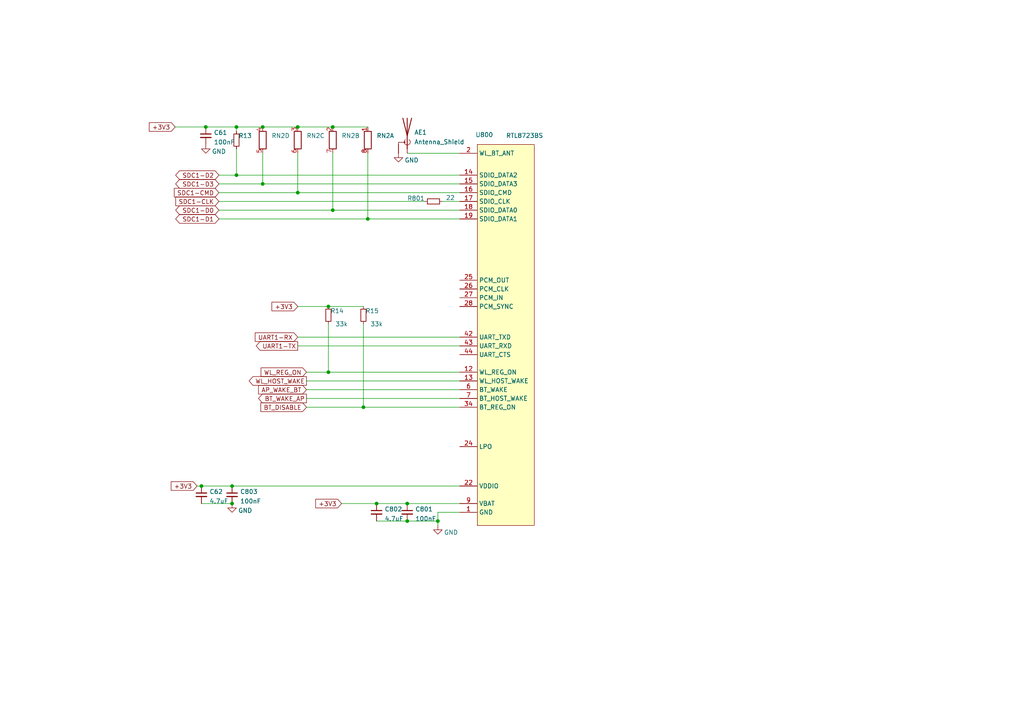
<source format=kicad_sch>
(kicad_sch (version 20211123) (generator eeschema)
  (paper "A4")
  (lib_symbols
    (symbol "Device:Antenna_Shield" (pin_numbers hide) (pin_names (offset 1.016) hide)
      (property "Reference" "AE" (at -1.905 4.445 0))
      (property "Value" "Antenna_Shield" (at -1.905 2.54 0))
      (symbol "Antenna_Shield_0_1"
        (arc (start -0.508 -1.143) (mid -0.8485 -2.1032) (end 0 -2.667))
        (arc (start 0 -2.667) (mid 0.8047 -2.0885) (end 0.508 -1.143))
        (polyline (pts (xy 0 -2.54) (xy 0 0)))
        (polyline (pts (xy 0 5.08) (xy 0 -3.81)) (stroke (width 0.254)))
        (polyline (pts (xy 0.762 -1.905) (xy 2.54 -1.905)))
        (polyline (pts (xy 2.54 -2.54) (xy 2.54 -1.905)))
        (polyline (pts (xy 1.27 5.08) (xy 0 0) (xy -1.27 5.08)) (stroke (width 0.254)))
        (circle (center 0.762 -1.905) (radius 0.1778) (fill (type outline)))
      )
      (symbol "Antenna_Shield_1_1"
        (pin input line (at 0 -5.08 90) (length 2.54) (name "A") (number "1"))
        (pin input line (at 2.54 -5.08 90) (length 2.54) (name "Shield") (number "2"))
      )
    )
    (symbol "Device:C_Small" (pin_numbers hide) (pin_names (offset 0.254) hide)
      (property "Reference" "C" (at 0.254 1.778 0))
      (property "Value" "C_Small" (at 0.254 -2.032 0))
      (symbol "C_Small_0_1"
        (polyline (pts (xy -1.524 -0.508) (xy 1.524 -0.508)) (stroke (width 0.3302)))
        (polyline (pts (xy -1.524 0.508) (xy 1.524 0.508)) (stroke (width 0.3048)))
      )
      (symbol "C_Small_1_1"
        (pin passive line (at 0 2.54 270) (length 2.032) (name "~") (number "1"))
        (pin passive line (at 0 -2.54 90) (length 2.032) (name "~") (number "2"))
      )
    )
    (symbol "Device:R_Pack04_Split" (pin_names (offset 0) hide)
      (property "Reference" "RN" (at 2.032 0 90))
      (property "Value" "R_Pack04_Split" (at 0 0 90))
      (symbol "R_Pack04_Split_0_1"
        (rectangle (start 1.016 2.54) (end -1.016 -2.54) (stroke (width 0.254)))
      )
      (symbol "R_Pack04_Split_1_1"
        (pin passive line (at 0 -3.81 90) (length 1.27) (name "R1.1") (number "1"))
        (pin passive line (at 0 3.81 270) (length 1.27) (name "R1.2") (number "8"))
      )
      (symbol "R_Pack04_Split_2_1"
        (pin passive line (at 0 -3.81 90) (length 1.27) (name "R2.1") (number "2"))
        (pin passive line (at 0 3.81 270) (length 1.27) (name "R2.2") (number "7"))
      )
      (symbol "R_Pack04_Split_3_1"
        (pin passive line (at 0 -3.81 90) (length 1.27) (name "R3.1") (number "3"))
        (pin passive line (at 0 3.81 270) (length 1.27) (name "R3.2") (number "6"))
      )
      (symbol "R_Pack04_Split_4_1"
        (pin passive line (at 0 -3.81 90) (length 1.27) (name "R4.1") (number "4"))
        (pin passive line (at 0 3.81 270) (length 1.27) (name "R4.2") (number "5"))
      )
    )
    (symbol "Device:R_Small" (pin_numbers hide) (pin_names (offset 0.254) hide)
      (property "Reference" "R" (at 0.762 0.508 0))
      (property "Value" "R_Small" (at 0.762 -1.016 0))
      (symbol "R_Small_0_1"
        (rectangle (start -0.762 1.778) (end 0.762 -1.778) (stroke (width 0.2032)))
      )
      (symbol "R_Small_1_1"
        (pin passive line (at 0 2.54 270) (length 0.762) (name "~") (number "1"))
        (pin passive line (at 0 -2.54 90) (length 0.762) (name "~") (number "2"))
      )
    )
    (symbol "power:GND" (power) (pin_names (offset 0))
      (property "Value" "GND" (at 0 -3.81 0))
      (symbol "GND_0_1"
        (polyline (pts (xy 0 0) (xy 0 -1.27) (xy 1.27 -1.27) (xy 0 -2.54) (xy -1.27 -1.27) (xy 0 -1.27)))
      )
      (symbol "GND_1_1"
        (pin power_in line (at 0 0 270) (length 0) hide (name "GND") (number "1"))
      )
    )
    (symbol "sdio:RTL8723BS"
      (property "Reference" "U" (at 0 6.35 0))
      (property "Value" "RTL8723BS" (at 0 3.81 0))
      (symbol "RTL8723BS_0_1"
        (rectangle (start -5.08 -1.27) (end 11.43 -111.76) (stroke (width 0.1524)) (fill (type background)))
      )
      (symbol "RTL8723BS_1_1"
        (pin passive line (at -10.16 -107.95 0) (length 5.08) (name "GND") (number "1"))
        (pin passive line (at -10.16 -67.31 0) (length 5.08) (name "WL_REG_ON") (number "12"))
        (pin passive line (at -10.16 -69.85 0) (length 5.08) (name "WL_HOST_WAKE") (number "13"))
        (pin passive line (at -10.16 -10.16 0) (length 5.08) (name "SDIO_DATA2") (number "14"))
        (pin passive line (at -10.16 -12.7 0) (length 5.08) (name "SDIO_DATA3") (number "15"))
        (pin passive line (at -10.16 -15.24 0) (length 5.08) (name "SDIO_CMD") (number "16"))
        (pin passive line (at -10.16 -17.78 0) (length 5.08) (name "SDIO_CLK") (number "17"))
        (pin passive line (at -10.16 -20.32 0) (length 5.08) (name "SDIO_DATA0") (number "18"))
        (pin passive line (at -10.16 -22.86 0) (length 5.08) (name "SDIO_DATA1") (number "19"))
        (pin passive line (at -10.16 -3.81 0) (length 5.08) (name "WL_BT_ANT") (number "2"))
        (pin passive line (at -10.16 -107.95 0) (length 5.08) hide (name "GND") (number "20"))
        (pin passive line (at -10.16 -100.33 0) (length 5.08) (name "VDDIO") (number "22"))
        (pin passive line (at -10.16 -88.9 0) (length 5.08) (name "LPO") (number "24"))
        (pin passive line (at -10.16 -40.64 0) (length 5.08) (name "PCM_OUT") (number "25"))
        (pin passive line (at -10.16 -43.18 0) (length 5.08) (name "PCM_CLK") (number "26"))
        (pin passive line (at -10.16 -45.72 0) (length 5.08) (name "PCM_IN") (number "27"))
        (pin passive line (at -10.16 -48.26 0) (length 5.08) (name "PCM_SYNC") (number "28"))
        (pin passive line (at -10.16 -107.95 0) (length 5.08) hide (name "GND") (number "3"))
        (pin passive line (at -10.16 -107.95 0) (length 5.08) hide (name "GND") (number "31"))
        (pin passive line (at -10.16 -107.95 0) (length 5.08) hide (name "GND") (number "33"))
        (pin passive line (at -10.16 -77.47 0) (length 5.08) (name "BT_REG_ON") (number "34"))
        (pin passive line (at -10.16 -107.95 0) (length 5.08) hide (name "GND") (number "36"))
        (pin passive line (at -10.16 -107.95 0) (length 5.08) hide (name "GND") (number "41"))
        (pin passive line (at -10.16 -57.15 0) (length 5.08) (name "UART_TXD") (number "42"))
        (pin passive line (at -10.16 -59.69 0) (length 5.08) (name "UART_RXD") (number "43"))
        (pin passive line (at -10.16 -62.23 0) (length 5.08) (name "UART_CTS") (number "44"))
        (pin passive line (at -10.16 -72.39 0) (length 5.08) (name "BT_WAKE") (number "6"))
        (pin passive line (at -10.16 -74.93 0) (length 5.08) (name "BT_HOST_WAKE") (number "7"))
        (pin passive line (at -10.16 -105.41 0) (length 5.08) (name "VBAT") (number "9"))
      )
    )
  )
  (junction (at 67.31 146.05))
  (junction (at 105.41 118.11))
  (junction (at 67.31 140.97) (diameter 0.9144))
  (junction (at 86.36 36.83))
  (junction (at 96.52 60.96))
  (junction (at 68.58 36.83))
  (junction (at 58.42 140.97))
  (junction (at 59.69 36.83))
  (junction (at 96.52 36.83))
  (junction (at 86.36 55.88))
  (junction (at 109.22 146.05) (diameter 0.9144))
  (junction (at 106.68 63.5))
  (junction (at 127 151.13) (diameter 0.9144))
  (junction (at 76.2 36.83))
  (junction (at 95.25 107.95))
  (junction (at 118.11 151.13) (diameter 0.9144))
  (junction (at 68.58 50.8))
  (junction (at 118.11 146.05) (diameter 0.9144))
  (junction (at 95.25 88.9))
  (junction (at 76.2 53.34))
  (wire (pts (xy 76.2 36.83) (xy 86.36 36.83)))
  (wire (pts (xy 96.52 60.96) (xy 133.35 60.96)))
  (wire (pts (xy 128.27 58.42) (xy 133.35 58.42)))
  (wire (pts (xy 88.9 107.95) (xy 95.25 107.95)))
  (wire (pts (xy 68.58 50.8) (xy 133.35 50.8)))
  (wire (pts (xy 95.25 93.98) (xy 95.25 107.95)))
  (wire (pts (xy 63.5 55.88) (xy 86.36 55.88)))
  (wire (pts (xy 59.69 36.83) (xy 68.58 36.83)))
  (wire (pts (xy 106.68 44.45) (xy 106.68 63.5)))
  (wire (pts (xy 95.25 107.95) (xy 133.35 107.95)))
  (wire (pts (xy 63.5 58.42) (xy 123.19 58.42)))
  (wire (pts (xy 76.2 53.34) (xy 133.35 53.34)))
  (wire (pts (xy 68.58 36.83) (xy 76.2 36.83)))
  (wire (pts (xy 50.8 36.83) (xy 59.69 36.83)))
  (wire (pts (xy 58.42 140.97) (xy 67.31 140.97)))
  (wire (pts (xy 57.15 140.97) (xy 58.42 140.97)))
  (wire (pts (xy 67.31 140.97) (xy 133.35 140.97)))
  (wire (pts (xy 63.5 50.8) (xy 68.58 50.8)))
  (wire (pts (xy 127 148.59) (xy 127 151.13)))
  (wire (pts (xy 127 151.13) (xy 127 152.4)))
  (wire (pts (xy 133.35 148.59) (xy 127 148.59)))
  (wire (pts (xy 105.41 93.98) (xy 105.41 118.11)))
  (wire (pts (xy 109.22 151.13) (xy 118.11 151.13)))
  (wire (pts (xy 118.11 151.13) (xy 127 151.13)))
  (wire (pts (xy 63.5 60.96) (xy 96.52 60.96)))
  (wire (pts (xy 63.5 53.34) (xy 76.2 53.34)))
  (wire (pts (xy 86.36 88.9) (xy 95.25 88.9)))
  (wire (pts (xy 58.42 146.05) (xy 67.31 146.05)))
  (wire (pts (xy 106.68 63.5) (xy 133.35 63.5)))
  (wire (pts (xy 68.58 43.18) (xy 68.58 50.8)))
  (wire (pts (xy 86.36 44.45) (xy 86.36 55.88)))
  (wire (pts (xy 96.52 36.83) (xy 106.68 36.83)))
  (wire (pts (xy 95.25 88.9) (xy 105.41 88.9)))
  (wire (pts (xy 118.11 44.45) (xy 133.35 44.45)))
  (wire (pts (xy 109.22 146.05) (xy 118.11 146.05)))
  (wire (pts (xy 118.11 146.05) (xy 133.35 146.05)))
  (wire (pts (xy 96.52 44.45) (xy 96.52 60.96)))
  (wire (pts (xy 76.2 44.45) (xy 76.2 53.34)))
  (wire (pts (xy 86.36 97.79) (xy 133.35 97.79)))
  (wire (pts (xy 105.41 118.11) (xy 133.35 118.11)))
  (wire (pts (xy 88.9 110.49) (xy 133.35 110.49)))
  (wire (pts (xy 86.36 100.33) (xy 133.35 100.33)))
  (wire (pts (xy 86.36 55.88) (xy 133.35 55.88)))
  (wire (pts (xy 99.06 146.05) (xy 109.22 146.05)))
  (wire (pts (xy 63.5 63.5) (xy 106.68 63.5)))
  (wire (pts (xy 88.9 113.03) (xy 133.35 113.03)))
  (wire (pts (xy 86.36 36.83) (xy 96.52 36.83)))
  (wire (pts (xy 88.9 118.11) (xy 105.41 118.11)))
  (wire (pts (xy 68.58 36.83) (xy 68.58 38.1)))
  (wire (pts (xy 88.9 115.57) (xy 133.35 115.57)))
  (global_label "SDC1-D3" (shape bidirectional) (at 63.5 53.34 180) (property "Intersheet References" "${INTERSHEET_REFS}" (effects hide)))
  (global_label "BT_DISABLE" (shape input) (at 88.9 118.11 180) (property "Intersheet References" "${INTERSHEET_REFS}" (effects hide)))
  (global_label "WL_HOST_WAKE" (shape output) (at 88.9 110.49 180) (property "Intersheet References" "${INTERSHEET_REFS}" (effects hide)))
  (global_label "WL_REG_ON" (shape input) (at 88.9 107.95 180) (property "Intersheet References" "${INTERSHEET_REFS}" (effects hide)))
  (global_label "SDC1-CLK" (shape input) (at 63.5 58.42 180) (property "Intersheet References" "${INTERSHEET_REFS}" (effects hide)))
  (global_label "UART1-RX" (shape input) (at 86.36 97.79 180) (property "Intersheet References" "${INTERSHEET_REFS}" (effects hide)))
  (global_label "+3V3" (shape input) (at 57.15 140.97 180) (property "Intersheet References" "${INTERSHEET_REFS}" (effects hide)))
  (global_label "SDC1-CMD" (shape input) (at 63.5 55.88 180) (property "Intersheet References" "${INTERSHEET_REFS}" (effects hide)))
  (global_label "AP_WAKE_BT" (shape input) (at 88.9 113.03 180) (property "Intersheet References" "${INTERSHEET_REFS}" (effects hide)))
  (global_label "+3V3" (shape input) (at 99.06 146.05 180) (property "Intersheet References" "${INTERSHEET_REFS}" (effects hide)))
  (global_label "UART1-TX" (shape output) (at 86.36 100.33 180) (property "Intersheet References" "${INTERSHEET_REFS}" (effects hide)))
  (global_label "+3V3" (shape input) (at 50.8 36.83 180) (property "Intersheet References" "${INTERSHEET_REFS}" (effects hide)))
  (global_label "+3V3" (shape input) (at 86.36 88.9 180) (property "Intersheet References" "${INTERSHEET_REFS}" (effects hide)))
  (global_label "SDC1-D2" (shape bidirectional) (at 63.5 50.8 180) (property "Intersheet References" "${INTERSHEET_REFS}" (effects hide)))
  (global_label "SDC1-D1" (shape bidirectional) (at 63.5 63.5 180) (property "Intersheet References" "${INTERSHEET_REFS}" (effects hide)))
  (global_label "BT_WAKE_AP" (shape output) (at 88.9 115.57 180) (property "Intersheet References" "${INTERSHEET_REFS}" (effects hide)))
  (global_label "SDC1-D0" (shape bidirectional) (at 63.5 60.96 180) (property "Intersheet References" "${INTERSHEET_REFS}" (effects hide)))
  (symbol (lib_id "Device:R_Pack04_Split") (at 86.36 40.64 180) (unit 3)
    (property "Reference" "RN2" (at 88.9 39.3699 0) (effects (justify right)))
  )
  (symbol (lib_id "power:GND") (at 127 152.4 0) (unit 1)
    (property "Reference" "#PWR0103" (effects hide))
    (property "Value" "GND" (at 130.81 154.4226 0))
  )
  (symbol (lib_id "Device:C_Small") (at 67.31 143.51 0) (unit 1)
    (property "Reference" "C803" (at 69.6342 142.6015 0) (effects (justify left)))
    (property "Value" "100nF" (at 69.6342 145.3766 0) (effects (justify left)))
    (property "Footprint" "Capacitor_SMD:C_0402_1005Metric" (effects hide))
  )
  (symbol (lib_id "Device:R_Small") (at 125.73 58.42 90) (unit 1)
    (property "Reference" "R801" (at 120.65 57.5268 90))
    (property "Value" "22" (at 130.6262 57.3542 90))
    (property "Footprint" "Resistor_SMD:R_0402_1005Metric" (effects hide))
  )
  (symbol (lib_id "Device:R_Small") (at 105.41 91.44 180) (unit 1)
    (property "Reference" "R15" (at 107.95 90.17 0))
    (property "Value" "33k" (at 109.22 93.98 0))
    (property "Footprint" "Resistor_SMD:R_0402_1005Metric" (effects hide))
  )
  (symbol (lib_id "Device:R_Pack04_Split") (at 96.52 40.64 180) (unit 2)
    (property "Reference" "RN2" (at 99.06 39.3699 0) (effects (justify right)))
  )
  (symbol (lib_id "sdio:RTL8723BS") (at 143.51 40.64 0) (unit 1)
    (property "Reference" "U800" (at 137.8713 39.0965 0) (effects (justify left)))
    (property "Value" "RTL8723BS" (at 146.7613 39.3316 0) (effects (justify left)))
    (property "Footprint" "sdio:lga44_12x12mm_P0.9" (effects hide))
  )
  (symbol (lib_id "Device:R_Small") (at 95.25 91.44 180) (unit 1)
    (property "Reference" "R14" (at 97.79 90.17 0))
    (property "Value" "33k" (at 99.06 93.98 0))
    (property "Footprint" "Resistor_SMD:R_0402_1005Metric" (effects hide))
  )
  (symbol (lib_id "Device:Antenna_Shield") (at 118.11 39.37 0) (mirror y) (unit 1)
    (property "Reference" "AE1" (at 120.1421 38.398 0) (effects (justify right)))
    (property "Value" "Antenna_Shield" (at 120.1421 41.1731 0) (effects (justify right)))
    (property "Footprint" "Connector_Coaxial:U.FL_Hirose_U.FL-R-SMT-1_Vertical" (effects hide))
  )
  (symbol (lib_id "Device:R_Pack04_Split") (at 106.68 40.64 180) (unit 1)
    (property "Reference" "RN2" (at 109.22 39.3699 0) (effects (justify right)))
  )
  (symbol (lib_id "Device:C_Small") (at 59.69 39.37 0) (unit 1)
    (property "Reference" "C61" (at 62.0142 38.4615 0) (effects (justify left)))
    (property "Value" "100nF" (at 62.0142 41.2366 0) (effects (justify left)))
    (property "Footprint" "Capacitor_SMD:C_0402_1005Metric" (effects hide))
  )
  (symbol (lib_id "power:GND") (at 59.69 41.91 0) (unit 1)
    (property "Reference" "#PWR0173" (effects hide))
    (property "Value" "GND" (at 63.5 43.9326 0))
  )
  (symbol (lib_id "Device:C_Small") (at 58.42 143.51 0) (unit 1)
    (property "Reference" "C62" (at 60.7442 142.6015 0) (effects (justify left)))
    (property "Value" "4.7uF" (at 60.7442 145.3766 0) (effects (justify left)))
    (property "Footprint" "Capacitor_SMD:C_0603_1608Metric" (effects hide))
  )
  (symbol (lib_id "power:GND") (at 67.31 146.05 0) (unit 1)
    (property "Reference" "#PWR0124" (effects hide))
    (property "Value" "GND" (at 71.12 148.0726 0))
  )
  (symbol (lib_id "Device:R_Pack04_Split") (at 76.2 40.64 180) (unit 4)
    (property "Reference" "RN2" (at 78.74 39.3699 0) (effects (justify right)))
  )
  (symbol (lib_id "Device:C_Small") (at 118.11 148.59 0) (unit 1)
    (property "Reference" "C801" (at 120.4342 147.6815 0) (effects (justify left)))
    (property "Value" "100nF" (at 120.4342 150.4566 0) (effects (justify left)))
    (property "Footprint" "Capacitor_SMD:C_0402_1005Metric" (effects hide))
  )
  (symbol (lib_id "Device:R_Small") (at 68.58 40.64 180) (unit 1)
    (property "Reference" "R13" (at 71.12 39.37 0))
  )
  (symbol (lib_id "power:GND") (at 115.57 44.45 0) (unit 1)
    (property "Reference" "#PWR0120" (effects hide))
    (property "Value" "GND" (at 119.38 46.4726 0))
  )
  (symbol (lib_id "Device:C_Small") (at 109.22 148.59 0) (unit 1)
    (property "Reference" "C802" (at 111.5442 147.6815 0) (effects (justify left)))
    (property "Value" "4.7uF" (at 111.5442 150.4566 0) (effects (justify left)))
    (property "Footprint" "Capacitor_SMD:C_0603_1608Metric" (effects hide))
  )
)
</source>
